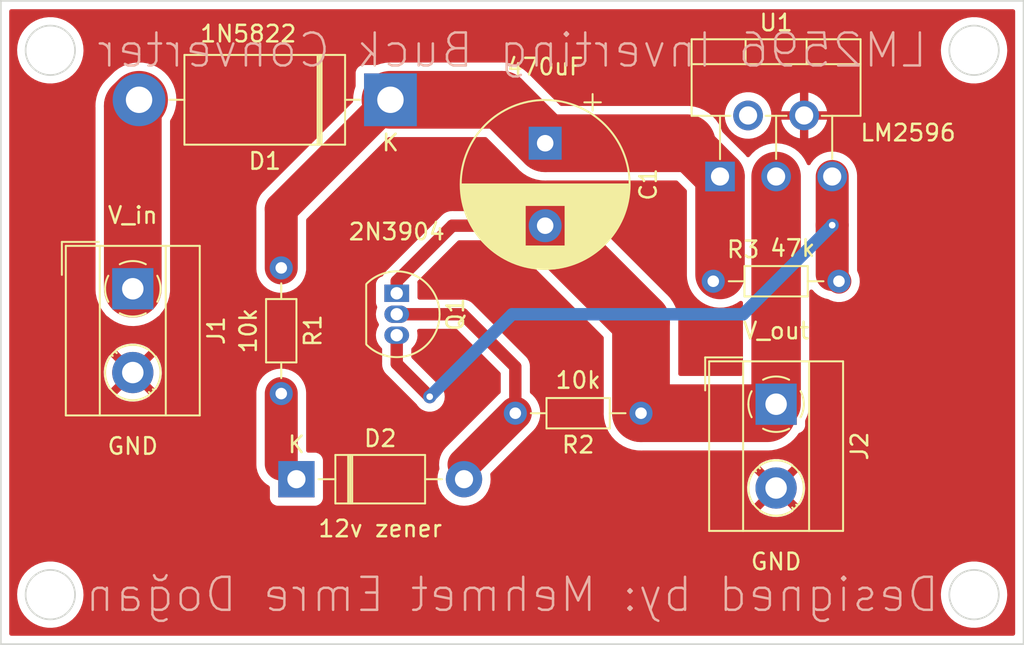
<source format=kicad_pcb>
(kicad_pcb (version 20211014) (generator pcbnew)
  (layers (0 "F.Cu" signal) (31 "B.Cu" signal) (34 "B.Paste" user) (35 "F.Paste" user) (36 "B.SilkS" user "B.Silkscreen") (37 "F.SilkS" user "F.Silkscreen") (38 "B.Mask" user) (39 "F.Mask" user) (44 "Edge.Cuts" user))
  (net 0 "")
  (net 1 "Net-(C1-Pad1)")
  (net 2 "Net-(C1-Pad2)")
  (net 3 "VCC")
  (net 4 "Net-(D2-Pad1)")
  (net 5 "Net-(D2-Pad2)")
  (net 6 "GND")
  (net 7 "Net-(Q1-Pad3)")
  (footprint "Package_TO_SOT_THT:TO-220-5_P3.4x3.7mm_StaggerOdd_Lead3.8mm_Vertical" (layer "F.Cu") (at 132.6 78.65)
    (fp_text reference "U1" (at 3.4 -9.32) (layer "F.SilkS"))
    (fp_text value "LM2596T-5")
    (fp_line (start 5.25 -8.32) (end 5.25 -6.811) (layer "F.SilkS") (width 0.12))
    (fp_line (start -1.721 -6.811) (end 8.52 -6.811) (layer "F.SilkS") (width 0.12))
    (fp_line (start 2.765 -3.679) (end 4.035 -3.679) (layer "F.SilkS") (width 0.12))
    (fp_line (start 8.52 -8.32) (end 8.52 -3.679) (layer "F.SilkS") (width 0.12))
    (fp_line (start 6.8 -3.679) (end 6.8 -1.065) (layer "F.SilkS") (width 0.12))
    (fp_line (start 0 -3.679) (end 0 -1.049) (layer "F.SilkS") (width 0.12))
    (fp_line (start -1.721 -8.32) (end -1.721 -3.679) (layer "F.SilkS") (width 0.12))
    (fp_line (start 6.165 -3.679) (end 8.52 -3.679) (layer "F.SilkS") (width 0.12))
    (fp_line (start -1.721 -3.679) (end 0.635 -3.679) (layer "F.SilkS") (width 0.12))
    (fp_line (start -1.721 -8.32) (end 8.52 -8.32) (layer "F.SilkS") (width 0.12))
    (fp_line (start 1.55 -8.32) (end 1.55 -6.811) (layer "F.SilkS") (width 0.12))
    (fp_line (start 3.4 -3.679) (end 3.4 -1.065) (layer "F.SilkS") (width 0.12))
    (pad "1" thru_hole rect (at 0 0) (size 1.8 1.8) (drill 1.1) (layers *.Cu *.Mask) (net 1 "Net-(C1-Pad1)"))
    (pad "2" thru_hole oval (at 1.7 -3.7) (size 1.8 1.8) (drill 1.1) (layers *.Cu *.Mask))
    (pad "3" thru_hole oval (at 3.4 0) (size 1.8 1.8) (drill 1.1) (layers *.Cu *.Mask) (net 2 "Net-(C1-Pad2)"))
    (pad "4" thru_hole oval (at 5.1 -3.7) (size 1.8 1.8) (drill 1.1) (layers *.Cu *.Mask) (net 6 "GND"))
    (pad "5" thru_hole oval (at 6.8 0) (size 1.8 1.8) (drill 1.1) (layers *.Cu *.Mask) (net 7 "Net-(Q1-Pad3)"))
  )
  (footprint "TerminalBlock_MetzConnect:TerminalBlock_MetzConnect_Type101_RT01602HBWC_1x02_P5.08mm_Horizontal" (layer "F.Cu") (at 136 92.455 -90)
    (fp_text reference "J2" (at 2.54 -5.06 90) (layer "F.SilkS"))
    (fp_text value "Output")
    (fp_line (start -2.6 2) (end 7.68 2) (layer "F.SilkS") (width 0.12))
    (fp_line (start -2.6 4.06) (end 7.68 4.06) (layer "F.SilkS") (width 0.12))
    (fp_line (start 7.68 -4.06) (end 7.68 4.06) (layer "F.SilkS") (width 0.12))
    (fp_line (start 4.07 1.216) (end 4.011 1.274) (layer "F.SilkS") (width 0.12))
    (fp_line (start 6.15 -1.275) (end 6.091 -1.216) (layer "F.SilkS") (width 0.12))
    (fp_line (start -2.6 -2) (end 7.68 -2) (layer "F.SilkS") (width 0.12))
    (fp_line (start 3.9 0.976) (end 3.806 1.069) (layer "F.SilkS") (width 0.12))
    (fp_line (start -2.84 4.3) (end -0.84 4.3) (layer "F.SilkS") (width 0.12))
    (fp_line (start -2.6 -4.06) (end 7.68 -4.06) (layer "F.SilkS") (width 0.12))
    (fp_line (start -2.84 2.06) (end -2.84 4.3) (layer "F.SilkS") (width 0.12))
    (fp_line (start 6.355 -1.069) (end 6.261 -0.976) (layer "F.SilkS") (width 0.12))
    (fp_line (start -2.6 -4.06) (end -2.6 4.06) (layer "F.SilkS") (width 0.12))
    (fp_arc (start 0.029383 1.68045) (mid -0.392304 1.634281) (end -0.789 1.484) (layer "F.SilkS") (width 0.12))
    (fp_arc (start 1.483953 -0.789089) (mid 1.680708 -0.00005) (end 1.484 0.789) (layer "F.SilkS") (width 0.12))
    (fp_arc (start -0.789089 -1.483953) (mid -0.00005 -1.680708) (end 0.789 -1.484) (layer "F.SilkS") (width 0.12))
    (fp_arc (start 0.788712 1.483352) (mid 0.406429 1.630097) (end 0 1.68) (layer "F.SilkS") (width 0.12))
    (fp_arc (start -1.483953 0.789089) (mid -1.680708 0.00005) (end -1.484 -0.789) (layer "F.SilkS") (width 0.12))
    (fp_circle (center 5.08 0) (end 6.76 0) (layer "F.SilkS") (width 0.12) (fill none))
    (pad "1" thru_hole rect (at 0 0 270) (size 2.5 2.5) (drill 1.3) (layers *.Cu *.Mask) (net 2 "Net-(C1-Pad2)"))
    (pad "2" thru_hole circle (at 5.08 0 270) (size 2.5 2.5) (drill 1.3) (layers *.Cu *.Mask) (net 6 "GND"))
  )
  (footprint "Package_TO_SOT_THT:TO-92_Inline" (layer "F.Cu") (at 113 85.73 -90)
    (fp_text reference "Q1" (at 1.27 -3.56 90) (layer "F.SilkS"))
    (fp_text value "2N3904")
    (fp_line (start -0.53 1.85) (end 3.07 1.85) (layer "F.SilkS") (width 0.12))
    (fp_arc (start 1.27 -2.6) (mid 3.672087 -0.994977) (end 3.108478 1.838478) (layer "F.SilkS") (width 0.12))
    (fp_arc (start -0.568478 1.838478) (mid -1.132087 -0.994977) (end 1.27 -2.6) (layer "F.SilkS") (width 0.12))
    (pad "1" thru_hole rect (at 0 0 270) (size 1.05 1.5) (drill 0.75) (layers *.Cu *.Mask) (net 2 "Net-(C1-Pad2)"))
    (pad "2" thru_hole oval (at 1.27 0 270) (size 1.05 1.5) (drill 0.75) (layers *.Cu *.Mask) (net 5 "Net-(D2-Pad2)"))
    (pad "3" thru_hole oval (at 2.54 0 270) (size 1.05 1.5) (drill 0.75) (layers *.Cu *.Mask) (net 7 "Net-(Q1-Pad3)"))
  )
  (footprint "Resistor_THT:R_Axial_DIN0204_L3.6mm_D1.6mm_P7.62mm_Horizontal" (layer "F.Cu") (at 132.19 85)
    (fp_text reference "R3" (at 1.81 -1.92) (layer "F.SilkS"))
    (fp_text value "47k")
    (fp_line (start 1.89 -0.92) (end 1.89 0.92) (layer "F.SilkS") (width 0.12))
    (fp_line (start 1.89 0.92) (end 5.73 0.92) (layer "F.SilkS") (width 0.12))
    (fp_line (start 5.73 -0.92) (end 1.89 -0.92) (layer "F.SilkS") (width 0.12))
    (fp_line (start 6.68 0) (end 5.73 0) (layer "F.SilkS") (width 0.12))
    (fp_line (start 0.94 0) (end 1.89 0) (layer "F.SilkS") (width 0.12))
    (fp_line (start 5.73 0.92) (end 5.73 -0.92) (layer "F.SilkS") (width 0.12))
    (pad "1" thru_hole circle (at 0 0) (size 1.4 1.4) (drill 0.7) (layers *.Cu *.Mask) (net 1 "Net-(C1-Pad1)"))
    (pad "2" thru_hole oval (at 7.62 0) (size 1.4 1.4) (drill 0.7) (layers *.Cu *.Mask) (net 7 "Net-(Q1-Pad3)"))
  )
  (footprint "Capacitor_THT:CP_Radial_D10.0mm_P5.00mm" (layer "F.Cu") (at 122 76.632323 -90)
    (fp_text reference "C1" (at 2.5 -6.25 90) (layer "F.SilkS"))
    (fp_text value "470u")
    (fp_line (start 5.741 1.241) (end 5.741 3.925) (layer "F.SilkS") (width 0.12))
    (fp_line (start 2.78 -5.073) (end 2.78 5.073) (layer "F.SilkS") (width 0.12))
    (fp_line (start 4.741 1.241) (end 4.741 4.564) (layer "F.SilkS") (width 0.12))
    (fp_line (start 4.261 -4.768) (end 4.261 -1.241) (layer "F.SilkS") (width 0.12))
    (fp_line (start 7.181 -2.037) (end 7.181 2.037) (layer "F.SilkS") (width 0.12))
    (fp_line (start 4.661 1.241) (end 4.661 4.603) (layer "F.SilkS") (width 0.12))
    (fp_line (start 6.501 -3.156) (end 6.501 3.156) (layer "F.SilkS") (width 0.12))
    (fp_line (start 6.061 -3.64) (end 6.061 -1.241) (layer "F.SilkS") (width 0.12))
    (fp_line (start 3.381 -5.004) (end 3.381 5.004) (layer "F.SilkS") (width 0.12))
    (fp_line (start 5.221 1.241) (end 5.221 4.298) (layer "F.SilkS") (width 0.12))
    (fp_line (start 7.261 -1.846) (end 7.261 1.846) (layer "F.SilkS") (width 0.12))
    (fp_line (start 6.141 -3.561) (end 6.141 -1.241) (layer "F.SilkS") (width 0.12))
    (fp_line (start 3.06 -5.05) (end 3.06 5.05) (layer "F.SilkS") (width 0.12))
    (fp_line (start 4.141 1.241) (end 4.141 4.811) (layer "F.SilkS") (width 0.12))
    (fp_line (start 6.661 -2.945) (end 6.661 2.945) (layer "F.SilkS") (width 0.12))
    (fp_line (start 6.621 -3) (end 6.621 3) (layer "F.SilkS") (width 0.12))
    (fp_line (start 2.62 -5.079) (end 2.62 5.079) (layer "F.SilkS") (width 0.12))
    (fp_line (start 4.821 1.241) (end 4.821 4.525) (layer "F.SilkS") (width 0.12))
    (fp_line (start 4.941 1.241) (end 4.941 4.462) (layer "F.SilkS") (width 0.12))
    (fp_line (start 4.181 1.241) (end 4.181 4.797) (layer "F.SilkS") (width 0.12))
    (fp_line (start 2.98 -5.058) (end 2.98 5.058) (layer "F.SilkS") (width 0.12))
    (fp_line (start 7.141 -2.125) (end 7.141 2.125) (layer "F.SilkS") (width 0.12))
    (fp_line (start 4.021 1.241) (end 4.021 4.85) (layer "F.SilkS") (width 0.12))
    (fp_line (start 6.101 1.241) (end 6.101 3.601) (layer "F.SilkS") (width 0.12))
    (fp_line (start 7.541 -0.862) (end 7.541 0.862) (layer "F.SilkS") (width 0.12))
    (fp_line (start 6.141 1.241) (end 6.141 3.561) (layer "F.SilkS") (width 0.12))
    (fp_line (start 4.461 1.241) (end 4.461 4.69) (layer "F.SilkS") (width 0.12))
    (fp_line (start 5.181 -4.323) (end 5.181 -1.241) (layer "F.SilkS") (width 0.12))
    (fp_line (start 5.901 1.241) (end 5.901 3.789) (layer "F.SilkS") (width 0.12))
    (fp_line (start 5.501 1.241) (end 5.501 4.11) (layer "F.SilkS") (width 0.12))
    (fp_line (start 5.861 -3.824) (end 5.861 -1.241) (layer "F.SilkS") (width 0.12))
    (fp_line (start 7.381 -1.51) (end 7.381 1.51) (layer "F.SilkS") (width 0.12))
    (fp_line (start 6.461 -3.206) (end 6.461 3.206) (layer "F.SilkS") (width 0.12))
    (fp_line (start 6.861 -2.645) (end 6.861 2.645) (layer "F.SilkS") (width 0.12))
    (fp_line (start 6.901 -2.579) (end 6.901 2.579) (layer "F.SilkS") (width 0.12))
    (fp_line (start 4.501 1.241) (end 4.501 4.674) (layer "F.SilkS") (width 0.12))
    (fp_line (start 5.461 -4.138) (end 5.461 -1.241) (layer "F.SilkS") (width 0.12))
    (fp_line (start 5.661 -3.989) (end 5.661 -1.241) (layer "F.SilkS") (width 0.12))
    (fp_line (start 6.941 -2.51) (end 6.941 2.51) (layer "F.SilkS") (width 0.12))
    (fp_line (start 6.381 -3.301) (end 6.381 3.301) (layer "F.SilkS") (width 0.12))
    (fp_line (start 3.861 1.241) (end 3.861 4.897) (layer "F.SilkS") (width 0.12))
    (fp_line (start 5.701 -3.957) (end 5.701 -1.241) (layer "F.SilkS") (width 0.12))
    (fp_line (start 4.221 1.241) (end 4.221 4.783) (layer "F.SilkS") (width 0.12))
    (fp_line (start 4.061 1.241) (end 4.061 4.837) (layer "F.SilkS") (width 0.12))
    (fp_line (start 5.341 -4.221) (end 5.341 -1.241) (layer "F.SilkS") (width 0.12))
    (fp_line (start 5.941 -3.753) (end 5.941 -1.241) (layer "F.SilkS") (width 0.12))
    (fp_line (start 6.581 -3.054) (end 6.581 3.054) (layer "F.SilkS") (width 0.12))
    (fp_line (start 4.261 1.241) (end 4.261 4.768) (layer "F.SilkS") (width 0.12))
    (fp_line (start 5.381 -4.194) (end 5.381 -1.241) (layer "F.SilkS") (width 0.12))
    (fp_line (start 3.981 1.241) (end 3.981 4.862) (layer "F.SilkS") (width 0.12))
    (fp_line (start 4.941 -4.462) (end 4.941 -1.241) (layer "F.SilkS") (width 0.12))
    (fp_line (start 3.661 -4.947) (end 3.661 4.947) (layer "F.SilkS") (width 0.12))
    (fp_line (start 2.66 -5.078) (end 2.66 5.078) (layer "F.SilkS") (width 0.12))
    (fp_line (start 4.421 1.241) (end 4.421 4.707) (layer "F.SilkS") (width 0.12))
    (fp_line (start 4.501 -4.674) (end 4.501 -1.241) (layer "F.SilkS") (width 0.12))
    (fp_line (start 6.821 -2.709) (end 6.821 2.709) (layer "F.SilkS") (width 0.12))
    (fp_line (start 7.341 -1.63) (end 7.341 1.63) (layer "F.SilkS") (width 0.12))
    (fp_line (start 6.061 1.241) (end 6.061 3.64) (layer "F.SilkS") (width 0.12))
    (fp_line (start 5.501 -4.11) (end 5.501 -1.241) (layer "F.SilkS") (width 0.12))
    (fp_line (start 3.421 -4.997) (end 3.421 4.997) (layer "F.SilkS") (width 0.12))
    (fp_line (start 6.981 -2.439) (end 6.981 2.439) (layer "F.SilkS") (width 0.12))
    (fp_line (start 4.341 1.241) (end 4.341 4.738) (layer "F.SilkS") (width 0.12))
    (fp_line (start 5.261 1.241) (end 5.261 4.273) (layer "F.SilkS") (width 0.12))
    (fp_line (start 5.101 1.241) (end 5.101 4.371) (layer "F.SilkS") (width 0.12))
    (fp_line (start 5.581 -4.05) (end 5.581 -1.241) (layer "F.SilkS") (width 0.12))
    (fp_line (start 5.221 -4.298) (end 5.221 -1.241) (layer "F.SilkS") (width 0.12))
    (fp_line (start 4.541 1.241) (end 4.541 4.657) (layer "F.SilkS") (width 0.12))
    (fp_line (start 5.381 1.241) (end 5.381 4.194) (layer "F.SilkS") (width 0.12))
    (fp_line (start 5.981 1.241) (end 5.981 3.716) (layer "F.SilkS") (width 0.12))
    (fp_line (start 4.541 -4.657) (end 4.541 -1.241) (layer "F.SilkS") (width 0.12))
    (fp_line (start 7.301 -1.742) (end 7.301 1.742) (layer "F.SilkS") (width 0.12))
    (fp_line (start 4.901 -4.483) (end 4.901 -1.241) (layer "F.SilkS") (width 0.12))
    (fp_line (start 3.781 1.241) (end 3.781 4.918) (layer "F.SilkS") (width 0.12))
    (fp_line (start 4.221 -4.783) (end 4.221 -1.241) (layer "F.SilkS") (width 0.12))
    (fp_line (start 5.341 1.241) (end 5.341 4.221) (layer "F.SilkS") (width 0.12))
    (fp_line (start 5.781 -3.892) (end 5.781 -1.241) (layer "F.SilkS") (width 0.12))
    (fp_line (start 5.181 1.241) (end 5.181 4.323) (layer "F.SilkS") (width 0.12))
    (fp_line (start 3.301 -5.018) (end 3.301 5.018) (layer "F.SilkS") (width 0.12))
    (fp_line (start 4.861 1.241) (end 4.861 4.504) (layer "F.SilkS") (width 0.12))
    (fp_line (start 6.021 -3.679) (end 6.021 -1.241) (layer "F.SilkS") (width 0.12))
    (fp_line (start 2.54 -5.08) (end 2.54 5.08) (layer "F.SilkS") (width 0.12))
    (fp_line (start 5.581 1.241) (end 5.581 4.05) (layer "F.SilkS") (width 0.12))
    (fp_line (start 4.381 1.241) (end 4.381 4.723) (layer "F.SilkS") (width 0.12))
    (fp_line (start 3.18 -5.035) (end 3.18 5.035) (layer "F.SilkS") (width 0.12))
    (fp_line (start 5.301 1.241) (end 5.301 4.247) (layer "F.SilkS") (width 0.12))
    (fp_line (start 6.541 -3.106) (end 6.541 3.106) (layer "F.SilkS") (width 0.12))
    (fp_line (start 4.101 -4.824) (end 4.101 -1.241) (layer "F.SilkS") (width 0.12))
    (fp_line (start 5.661 1.241) (end 5.661 3.989) (layer "F.SilkS") (width 0.12))
    (fp_line (start 5.421 -4.166) (end 5.421 -1.241) (layer "F.SilkS") (width 0.12))
    (fp_line (start 4.981 1.241) (end 4.981 4.44) (layer "F.SilkS") (width 0.12))
    (fp_line (start 5.981 -3.716) (end 5.981 -1.241) (layer "F.SilkS") (width 0.12))
    (fp_line (start 4.021 -4.85) (end 4.021 -1.241) (layer "F.SilkS") (width 0.12))
    (fp_line (start 5.021 -4.417) (end 5.021 -1.241) (layer "F.SilkS") (width 0.12))
    (fp_line (start 2.94 -5.062) (end 2.94 5.062) (layer "F.SilkS") (width 0.12))
    (fp_line (start -2.979646 -2.875) (end -1.979646 -2.875) (layer "F.SilkS") (width 0.12))
    (fp_line (start 4.181 -4.797) (end 4.181 -1.241) (layer "F.SilkS") (width 0.12))
    (fp_line (start 3.581 -4.965) (end 3.581 4.965) (layer "F.SilkS") (width 0.12))
    (fp_line (start 6.701 -2.889) (end 6.701 2.889) (layer "F.SilkS") (width 0.12))
    (fp_line (start 3.02 -5.054) (end 3.02 5.054) (layer "F.SilkS") (width 0.12))
    (fp_line (start 6.221 1.241) (end 6.221 3.478) (layer "F.SilkS") (width 0.12))
    (fp_line (start 6.101 -3.601) (end 6.101 -1.241) (layer "F.SilkS") (width 0.12))
    (fp_line (start 3.941 -4.874) (end 3.941 -1.241) (layer "F.SilkS") (width 0.12))
    (fp_line (start 3.781 -4.918) (end 3.781 -1.241) (layer "F.SilkS") (width 0.12))
    (fp_line (start 3.1 -5.045) (end 3.1 5.045) (layer "F.SilkS") (width 0.12))
    (fp_line (start 4.821 -4.525) (end 4.821 -1.241) (layer "F.SilkS") (width 0.12))
    (fp_line (start 5.701 1.241) (end 5.701 3.957) (layer "F.SilkS") (width 0.12))
    (fp_line (start 6.781 -2.77) (end 6.781 2.77) (layer "F.SilkS") (width 0.12))
    (fp_line (start 3.701 -4.938) (end 3.701 4.938) (layer "F.SilkS") (width 0.12))
    (fp_line (start 5.141 1.241) (end 5.141 4.347) (layer "F.SilkS") (width 0.12))
    (fp_line (start 4.141 -4.811) (end 4.141 -1.241) (layer "F.SilkS") (width 0.12))
    (fp_line (start 3.461 -4.99) (end 3.461 4.99) (layer "F.SilkS") (width 0.12))
    (fp_line (start 4.781 -4.545) (end 4.781 -1.241) (layer "F.SilkS") (width 0.12))
    (fp_line (start 4.101 1.241) (end 4.101 4.824) (layer "F.SilkS") (width 0.12))
    (fp_line (start 7.581 -0.599) (end 7.581 0.599) (layer "F.SilkS") (width 0.12))
    (fp_line (start 5.261 -4.273) (end 5.261 -1.241) (layer "F.SilkS") (width 0.12))
    (fp_line (start 3.981 -4.862) (end 3.981 -1.241) (layer "F.SilkS") (width 0.12))
    (fp_line (start 4.981 -4.44) (end 4.981 -1.241) (layer "F.SilkS") (width 0.12))
    (fp_line (start 2.9 -5.065) (end 2.9 5.065) (layer "F.SilkS") (width 0.12))
    (fp_line (start 3.221 -5.03) (end 3.221 5.03) (layer "F.SilkS") (width 0.12))
    (fp_line (start 5.021 1.241) (end 5.021 4.417) (layer "F.SilkS") (width 0.12))
    (fp_line (start 6.261 -3.436) (end 6.261 3.436) (layer "F.SilkS") (width 0.12))
    (fp_line (start 3.501 -4.982) (end 3.501 4.982) (layer "F.SilkS") (width 0.12))
    (fp_line (start 6.221 -3.478) (end 6.221 -1.241) (layer "F.SilkS") (width 0.12))
    (fp_line (start 4.461 -4.69) (end 4.461 -1.241) (layer "F.SilkS") (width 0.12))
    (fp_line (start 4.861 -4.504) (end 4.861 -1.241) (layer "F.SilkS") (width 0.12))
    (fp_line (start 3.741 -4.928) (end 3.741 4.928) (layer "F.SilkS") (width 0.12))
    (fp_line (start 2.74 -5.075) (end 2.74 5.075) (layer "F.SilkS") (width 0.12))
    (fp_line (start 5.861 1.241) (end 5.861 3.824) (layer "F.SilkS") (width 0.12))
    (fp_line (start 3.901 1.241) (end 3.901 4.885) (layer "F.SilkS") (width 0.12))
    (fp_line (start 2.82 -5.07) (end 2.82 5.07) (layer "F.SilkS") (width 0.12))
    (fp_line (start 3.341 -5.011) (end 3.341 5.011) (layer "F.SilkS") (width 0.12))
    (fp_line (start 6.421 -3.254) (end 6.421 3.254) (layer "F.SilkS") (width 0.12))
    (fp_line (start -2.479646 -3.375) (end -2.479646 -2.375) (layer "F.SilkS") (width 0.12))
    (fp_line (start 3.261 -5.024) (end 3.261 5.024) (layer "F.SilkS") (width 0.12))
    (fp_line (start 6.181 1.241) (end 6.181 3.52) (layer "F.SilkS") (width 0.12))
    (fp_line (start 5.621 1.241) (end 5.621 4.02) (layer "F.SilkS") (width 0.12))
    (fp_line (start 5.061 -4.395) (end 5.061 -1.241) (layer "F.SilkS") (width 0.12))
    (fp_line (start 2.86 -5.068) (end 2.86 5.068) (layer "F.SilkS") (width 0.12))
    (fp_line (start 7.021 -2.365) (end 7.021 2.365) (layer "F.SilkS") (width 0.12))
    (fp_line (start 6.741 -2.83) (end 6.741 2.83) (layer "F.SilkS") (width 0.12))
    (fp_line (start 5.541 -4.08) (end 5.541 -1.241) (layer "F.SilkS") (width 0.12))
    (fp_line (start 4.701 -4.584) (end 4.701 -1.241) (layer "F.SilkS") (width 0.12))
    (fp_line (start 4.741 -4.564) (end 4.741 -1.241) (layer "F.SilkS") (width 0.12))
    (fp_line (start 4.581 1.241) (end 4.581 4.639) (layer "F.SilkS") (width 0.12))
    (fp_line (start 5.061 1.241) (end 5.061 4.395) (layer "F.SilkS") (width 0.12))
    (fp_line (start 4.781 1.241) (end 4.781 4.545) (layer "F.SilkS") (width 0.12))
    (fp_line (start 3.541 -4.974) (end 3.541 4.974) (layer "F.SilkS") (width 0.12))
    (fp_line (start 5.781 1.241) (end 5.781 3.892) (layer "F.SilkS") (width 0.12))
    (fp_line (start 5.101 -4.371) (end 5.101 -1.241) (layer "F.SilkS") (width 0.12))
    (fp_line (start 4.061 -4.837) (end 4.061 -1.241) (layer "F.SilkS") (width 0.12))
    (fp_line (start 5.821 -3.858) (end 5.821 -1.241) (layer "F.SilkS") (width 0.12))
    (fp_line (start 7.461 -1.23) (end 7.461 1.23) (layer "F.SilkS") (width 0.12))
    (fp_line (start 6.181 -3.52) (end 6.181 -1.241) (layer "F.SilkS") (width 0.12))
    (fp_line (start 7.221 -1.944) (end 7.221 1.944) (layer "F.SilkS") (width 0.12))
    (fp_line (start 5.901 -3.789) (end 5.901 -1.241) (layer "F.SilkS") (width 0.12))
    (fp_line (start 4.621 -4.621) (end 4.621 -1.241) (layer "F.SilkS") (width 0.12))
    (fp_line (start 7.101 -2.209) (end 7.101 2.209) (layer "F.SilkS") (width 0.12))
    (fp_line (start 7.501 -1.062) (end 7.501 1.062) (layer "F.SilkS") (width 0.12))
    (fp_line (start 6.021 1.241) (end 6.021 3.679) (layer "F.SilkS") (width 0.12))
    (fp_line (start 7.421 -1.378) (end 7.421 1.378) (layer "F.SilkS") (width 0.12))
    (fp_line (start 4.381 -4.723) (end 4.381 -1.241) (layer "F.SilkS") (width 0.12))
    (fp_line (start 3.621 -4.956) (end 3.621 4.956) (layer "F.SilkS") (width 0.12))
    (fp_line (start 6.301 -3.392) (end 6.301 3.392) (layer "F.SilkS") (width 0.12))
    (fp_line (start 5.621 -4.02) (end 5.621 -1.241) (layer "F.SilkS") (width 0.12))
    (fp_line (start 3.821 -4.907) (end 3.821 -1.241) (layer "F.SilkS") (width 0.12))
    (fp_line (start 5.821 1.241) (end 5.821 3.858) (layer "F.SilkS") (width 0.12))
    (fp_line (start 5.461 1.241) (end 5.461 4.138) (layer "F.SilkS") (width 0.12))
    (fp_line (start 3.861 -4.897) (end 3.861 -1.241) (layer "F.SilkS") (width 0.12))
    (fp_line (start 4.421 -4.707) (end 4.421 -1.241) (layer "F.SilkS") (width 0.12))
    (fp_line (start 2.5 -5.08) (end 2.5 5.08) (layer "F.SilkS") (width 0.12))
    (fp_line (start 5.421 1.241) (end 5.421 4.166) (layer "F.SilkS") (width 0.12))
    (fp_line (start 4.301 1.241) (end 4.301 4.754) (layer "F.SilkS") (width 0.12))
    (fp_line (start 2.58 -5.08) (end 2.58 5.08) (layer "F.SilkS") (width 0.12))
    (fp_line (start 6.341 -3.347) (end 6.341 3.347) (layer "F.SilkS") (width 0.12))
    (fp_line (start 5.541 1.241) (end 5.541 4.08) (layer "F.SilkS") (width 0.12))
    (fp_line (start 4.301 -4.754) (end 4.301 -1.241) (layer "F.SilkS") (width 0.12))
    (fp_line (start 3.14 -5.04) (end 3.14 5.04) (layer "F.SilkS") (width 0.12))
    (fp_line (start 5.941 1.241) (end 5.941 3.753) (layer "F.SilkS") (width 0.12))
    (fp_line (start 5.141 -4.347) (end 5.141 -1.241) (layer "F.SilkS") (width 0.12))
    (fp_line (start 4.661 -4.603) (end 4.661 -1.241) (layer "F.SilkS") (width 0.12))
    (fp_line (start 7.061 -2.289) (end 7.061 2.289) (layer "F.SilkS") (width 0.12))
    (fp_line (start 4.621 1.241) (end 4.621 4.621) (layer "F.SilkS") (width 0.12))
    (fp_line (start 4.581 -4.639) (end 4.581 -1.241) (layer "F.SilkS") (width 0.12))
    (fp_line (start 2.7 -5.077) (end 2.7 5.077) (layer "F.SilkS") (width 0.12))
    (fp_line (start 5.301 -4.247) (end 5.301 -1.241) (layer "F.SilkS") (width 0.12))
    (fp_line (start 3.941 1.241) (end 3.941 4.874) (layer "F.SilkS") (width 0.12))
    (fp_line (start 5.741 -3.925) (end 5.741 -1.241) (layer "F.SilkS") (width 0.12))
    (fp_line (start 4.341 -4.738) (end 4.341 -1.241) (layer "F.SilkS") (width 0.12))
    (fp_line (start 3.901 -4.885) (end 3.901 -1.241) (layer "F.SilkS") (width 0.12))
    (fp_line (start 3.821 1.241) (end 3.821 4.907) (layer "F.SilkS") (width 0.12))
    (fp_line (start 4.901 1.241) (end 4.901 4.483) (layer "F.SilkS") (width 0.12))
    (fp_line (start 4.701 1.241) (end 4.701 4.584) (layer "F.SilkS") (width 0.12))
    (fp_circle (center 2.5 0) (end 7.62 0) (layer "F.SilkS") (width 0.12) (fill none))
    (pad "1" thru_hole rect (at 0 0 270) (size 2 2) (drill 1) (layers *.Cu *.Mask) (net 1 "Net-(C1-Pad1)"))
    (pad "2" thru_hole circle (at 5 0 270) (size 2 2) (drill 1) (layers *.Cu *.Mask) (net 2 "Net-(C1-Pad2)"))
  )
  (footprint "TerminalBlock_MetzConnect:TerminalBlock_MetzConnect_Type101_RT01602HBWC_1x02_P5.08mm_Horizontal" (layer "F.Cu") (at 97 85.455 -90)
    (fp_text reference "J1" (at 2.54 -5.06 90) (layer "F.SilkS"))
    (fp_text value "Input")
    (fp_line (start 3.9 0.976) (end 3.806 1.069) (layer "F.SilkS") (width 0.12))
    (fp_line (start -2.6 -2) (end 7.68 -2) (layer "F.SilkS") (width 0.12))
    (fp_line (start -2.84 2.06) (end -2.84 4.3) (layer "F.SilkS") (width 0.12))
    (fp_line (start -2.84 4.3) (end -0.84 4.3) (layer "F.SilkS") (width 0.12))
    (fp_line (start 6.355 -1.069) (end 6.261 -0.976) (layer "F.SilkS") (width 0.12))
    (fp_line (start -2.6 4.06) (end 7.68 4.06) (layer "F.SilkS") (width 0.12))
    (fp_line (start 6.15 -1.275) (end 6.091 -1.216) (layer "F.SilkS") (width 0.12))
    (fp_line (start -2.6 -4.06) (end 7.68 -4.06) (layer "F.SilkS") (width 0.12))
    (fp_line (start 7.68 -4.06) (end 7.68 4.06) (layer "F.SilkS") (width 0.12))
    (fp_line (start -2.6 -4.06) (end -2.6 4.06) (layer "F.SilkS") (width 0.12))
    (fp_line (start 4.07 1.216) (end 4.011 1.274) (layer "F.SilkS") (width 0.12))
    (fp_line (start -2.6 2) (end 7.68 2) (layer "F.SilkS") (width 0.12))
    (fp_arc (start -0.789089 -1.483953) (mid -0.00005 -1.680708) (end 0.789 -1.484) (layer "F.SilkS") (width 0.12))
    (fp_arc (start 1.483953 -0.789089) (mid 1.680708 -0.00005) (end 1.484 0.789) (layer "F.SilkS") (width 0.12))
    (fp_arc (start -1.483953 0.789089) (mid -1.680708 0.00005) (end -1.484 -0.789) (layer "F.SilkS") (width 0.12))
    (fp_arc (start 0.029383 1.68045) (mid -0.392304 1.634281) (end -0.789 1.484) (layer "F.SilkS") (width 0.12))
    (fp_arc (start 0.788712 1.483352) (mid 0.406429 1.630097) (end 0 1.68) (layer "F.SilkS") (width 0.12))
    (fp_circle (center 5.08 0) (end 6.76 0) (layer "F.SilkS") (width 0.12) (fill none))
    (pad "1" thru_hole rect (at 0 0 270) (size 2.5 2.5) (drill 1.3) (layers *.Cu *.Mask) (net 3 "VCC"))
    (pad "2" thru_hole circle (at 5.08 0 270) (size 2.5 2.5) (drill 1.3) (layers *.Cu *.Mask) (net 6 "GND"))
  )
  (footprint "Diode_THT:D_DO-201AD_P15.24mm_Horizontal" (layer "F.Cu") (at 112.62 74 180)
    (fp_text reference "D1" (at 7.62 -3.72) (layer "F.SilkS"))
    (fp_text value "1N5822")
    (fp_text user "K" (at 0 -2.6) (layer "F.SilkS"))
    (fp_line (start 4.295 -2.72) (end 4.295 2.72) (layer "F.SilkS") (width 0.12))
    (fp_line (start 4.175 -2.72) (end 4.175 2.72) (layer "F.SilkS") (width 0.12))
    (fp_line (start 4.415 -2.72) (end 4.415 2.72) (layer "F.SilkS") (width 0.12))
    (fp_line (start 1.84 0) (end 2.75 0) (layer "F.SilkS") (width 0.12))
    (fp_line (start 2.75 -2.72) (end 2.75 2.72) (layer "F.SilkS") (width 0.12))
    (fp_line (start 12.49 -2.72) (end 2.75 -2.72) (layer "F.SilkS") (width 0.12))
    (fp_line (start 12.49 2.72) (end 12.49 -2.72) (layer "F.SilkS") (width 0.12))
    (fp_line (start 2.75 2.72) (end 12.49 2.72) (layer "F.SilkS") (width 0.12))
    (fp_line (start 13.4 0) (end 12.49 0) (layer "F.SilkS") (width 0.12))
    (pad "1" thru_hole rect (at 0 0 180) (size 3.2 3.2) (drill 1.6) (layers *.Cu *.Mask) (net 1 "Net-(C1-Pad1)"))
    (pad "2" thru_hole oval (at 15.24 0 180) (size 3.2 3.2) (drill 1.6) (layers *.Cu *.Mask) (net 3 "VCC"))
  )
  (footprint "Resistor_THT:R_Axial_DIN0204_L3.6mm_D1.6mm_P7.62mm_Horizontal" (layer "F.Cu") (at 127.81 93 180)
    (fp_text reference "R2" (at 3.81 -1.92) (layer "F.SilkS"))
    (fp_text value "10k")
    (fp_line (start 1.89 0.92) (end 5.73 0.92) (layer "F.SilkS") (width 0.12))
    (fp_line (start 6.68 0) (end 5.73 0) (layer "F.SilkS") (width 0.12))
    (fp_line (start 5.73 0.92) (end 5.73 -0.92) (layer "F.SilkS") (width 0.12))
    (fp_line (start 1.89 -0.92) (end 1.89 0.92) (layer "F.SilkS") (width 0.12))
    (fp_line (start 5.73 -0.92) (end 1.89 -0.92) (layer "F.SilkS") (width 0.12))
    (fp_line (start 0.94 0) (end 1.89 0) (layer "F.SilkS") (width 0.12))
    (pad "1" thru_hole circle (at 0 0 180) (size 1.4 1.4) (drill 0.7) (layers *.Cu *.Mask) (net 2 "Net-(C1-Pad2)"))
    (pad "2" thru_hole oval (at 7.62 0 180) (size 1.4 1.4) (drill 0.7) (layers *.Cu *.Mask) (net 5 "Net-(D2-Pad2)"))
  )
  (footprint "Resistor_THT:R_Axial_DIN0204_L3.6mm_D1.6mm_P7.62mm_Horizontal" (layer "F.Cu") (at 106 84.19 -90)
    (fp_text reference "R1" (at 3.81 -1.92 90) (layer "F.SilkS"))
    (fp_text value "10k")
    (fp_line (start 5.73 -0.92) (end 1.89 -0.92) (layer "F.SilkS") (width 0.12))
    (fp_line (start 5.73 0.92) (end 5.73 -0.92) (layer "F.SilkS") (width 0.12))
    (fp_line (start 1.89 0.92) (end 5.73 0.92) (layer "F.SilkS") (width 0.12))
    (fp_line (start 0.94 0) (end 1.89 0) (layer "F.SilkS") (width 0.12))
    (fp_line (start 1.89 -0.92) (end 1.89 0.92) (layer "F.SilkS") (width 0.12))
    (fp_line (start 6.68 0) (end 5.73 0) (layer "F.SilkS") (width 0.12))
    (pad "1" thru_hole circle (at 0 0 270) (size 1.4 1.4) (drill 0.7) (layers *.Cu *.Mask) (net 1 "Net-(C1-Pad1)"))
    (pad "2" thru_hole oval (at 7.62 0 270) (size 1.4 1.4) (drill 0.7) (layers *.Cu *.Mask) (net 4 "Net-(D2-Pad1)"))
  )
  (footprint "Diode_THT:D_DO-41_SOD81_P10.16mm_Horizontal" (layer "F.Cu") (at 106.92 97)
    (fp_text reference "D2" (at 5.08 -2.47) (layer "F.SilkS"))
    (fp_text value "1N47xxA (12v zener)")
    (fp_text user "K" (at 0 -2.1) (layer "F.SilkS"))
    (fp_line (start 3.26 -1.47) (end 3.26 1.47) (layer "F.SilkS") (width 0.12))
    (fp_line (start 1.34 0) (end 2.36 0) (layer "F.SilkS") (width 0.12))
    (fp_line (start 3.14 -1.47) (end 3.14 1.47) (layer "F.SilkS") (width 0.12))
    (fp_line (start 2.36 1.47) (end 7.8 1.47) (layer "F.SilkS") (width 0.12))
    (fp_line (start 7.8 -1.47) (end 2.36 -1.47) (layer "F.SilkS") (width 0.12))
    (fp_line (start 8.82 0) (end 7.8 0) (layer "F.SilkS") (width 0.12))
    (fp_line (start 7.8 1.47) (end 7.8 -1.47) (layer "F.SilkS") (width 0.12))
    (fp_line (start 3.38 -1.47) (end 3.38 1.47) (layer "F.SilkS") (width 0.12))
    (fp_line (start 2.36 -1.47) (end 2.36 1.47) (layer "F.SilkS") (width 0.12))
    (pad "1" thru_hole rect (at 0 0) (size 2.2 2.2) (drill 1.1) (layers *.Cu *.Mask) (net 4 "Net-(D2-Pad1)"))
    (pad "2" thru_hole oval (at 10.16 0) (size 2.2 2.2) (drill 1.1) (layers *.Cu *.Mask) (net 5 "Net-(D2-Pad2)"))
  )
  (gr_circle (center 92 71) (end 93.5 71) (layer "Edge.Cuts") (width 0.1) (fill none))
  (gr_circle (center 148 71) (end 149.5 71) (layer "Edge.Cuts") (width 0.1) (fill none))
  (gr_circle (center 148 104) (end 149.5 104) (layer "Edge.Cuts") (width 0.1) (fill none))
  (gr_rect (start 89 68) (end 151 107) (layer "Edge.Cuts") (width 0.1) (fill none))
  (gr_circle (center 92 104) (end 93.5 104) (layer "Edge.Cuts") (width 0.1) (fill none))
  (gr_text "LM2596 Inverting Buck Converter\n" (at 120 71) (layer "B.SilkS") (effects (font (size 2 2)) (justify mirror)))
  (gr_text "Designed by: Mehmet Emre Doğan\n" (at 120 104) (layer "B.SilkS") (effects (font (size 2 2)) (justify mirror)))
  (gr_text "V_out\n" (at 136 88) (layer "F.SilkS") (effects (font (size 1 1))))
  (gr_text "GND\n" (at 136 102) (layer "F.SilkS") (effects (font (size 1 1))))
  (gr_text "V_in\n" (at 97 81) (layer "F.SilkS") (effects (font (size 1 1))))
  (gr_text "GND\n" (at 97 95) (layer "F.SilkS") (effects (font (size 1 1))))
  (gr_text "10k\n" (at 124 91) (layer "F.SilkS") (effects (font (size 1 1))))
  (gr_text "1N5822\n" (at 104 70) (layer "F.SilkS") (effects (font (size 1 1))))
  (gr_text "470uF\n" (at 122 72) (layer "F.SilkS") (effects (font (size 1 1))))
  (gr_text "47k\n" (at 137 83) (layer "F.SilkS") (effects (font (size 1 1))))
  (gr_text "10k\n" (at 104 88 90) (layer "F.SilkS") (effects (font (size 1 1))))
  (gr_text "2N3904\n" (at 113 82) (layer "F.SilkS") (effects (font (size 1 1))))
  (gr_text "LM2596\n" (at 144 76) (layer "F.SilkS") (effects (font (size 1 1))))
  (gr_text "12v zener\n" (at 112 100) (layer "F.SilkS") (effects (font (size 1 1))))
  (segment (start 130.582323 76.632323) (end 132.6 78.65) (width 3) (layer "F.Cu") (net 1))
  (segment (start 106 84.19) (end 106 80.62) (width 2) (layer "F.Cu") (net 1))
  (segment (start 122 76.632323) (end 130.582323 76.632323) (width 3.5) (layer "F.Cu") (net 1))
  (segment (start 132.6 84.59) (end 132.19 85) (width 1.5) (layer "F.Cu") (net 1))
  (segment (start 132.6 78.65) (end 132.6 84.59) (width 3) (layer "F.Cu") (net 1))
  (segment (start 106 80.62) (end 112.62 74) (width 2) (layer "F.Cu") (net 1))
  (segment (start 112.62 74) (end 119.367677 74) (width 3.5) (layer "F.Cu") (net 1))
  (segment (start 119.367677 74) (end 122 76.632323) (width 3.5) (layer "F.Cu") (net 1))
  (segment (start 113 85.73) (end 113 85) (width 0.75) (layer "F.Cu") (net 2))
  (segment (start 127.81 93) (end 127.81 87.442323) (width 3.5) (layer "F.Cu") (net 2))
  (segment (start 135.455 93) (end 136 92.455) (width 1.5) (layer "F.Cu") (net 2))
  (segment (start 127.81 87.442323) (end 122 81.632323) (width 3.5) (layer "F.Cu") (net 2))
  (segment (start 127.81 93) (end 135.455 93) (width 3.5) (layer "F.Cu") (net 2))
  (segment (start 116.367677 81.632323) (end 122 81.632323) (width 0.75) (layer "F.Cu") (net 2))
  (segment (start 113 85) (end 116.367677 81.632323) (width 0.75) (layer "F.Cu") (net 2))
  (segment (start 136 92.455) (end 136 78.65) (width 3) (layer "F.Cu") (net 2))
  (segment (start 97 85.455) (end 97 74.38) (width 3.5) (layer "F.Cu") (net 3))
  (segment (start 97 74.38) (end 97.38 74) (width 3.5) (layer "F.Cu") (net 3))
  (segment (start 106 91.81) (end 106 96.08) (width 2) (layer "F.Cu") (net 4))
  (segment (start 106 96.08) (end 106.92 97) (width 1.5) (layer "F.Cu") (net 4))
  (segment (start 117.08 97) (end 117.08 96.11) (width 1.5) (layer "F.Cu") (net 5))
  (segment (start 120.19 90.19) (end 120.19 93) (width 0.75) (layer "F.Cu") (net 5))
  (segment (start 117 87) (end 120.19 90.19) (width 0.75) (layer "F.Cu") (net 5))
  (segment (start 113 87) (end 117 87) (width 0.75) (layer "F.Cu") (net 5))
  (segment (start 117.08 96.11) (end 120.19 93) (width 2) (layer "F.Cu") (net 5))
  (segment (start 139.4 78.65) (end 139.4 81.6) (width 2) (layer "F.Cu") (net 7))
  (segment (start 139.4 84.59) (end 139.81 85) (width 1.5) (layer "F.Cu") (net 7))
  (segment (start 113 90) (end 115 92) (width 0.75) (layer "F.Cu") (net 7))
  (segment (start 113 88.27) (end 113 90) (width 0.75) (layer "F.Cu") (net 7))
  (segment (start 139.4 81.6) (end 139.4 84.59) (width 2) (layer "F.Cu") (net 7))
  (via (at 115 92) (size 0.8) (drill 0.4) (layers "F.Cu" "B.Cu") (net 7))
  (via (at 139.4 81.6) (size 0.8) (drill 0.4) (layers "F.Cu" "B.Cu") (net 7))
  (segment (start 120 87) (end 134 87) (width 0.75) (layer "B.Cu") (net 7))
  (segment (start 134 87) (end 139.4 81.6) (width 0.75) (layer "B.Cu") (net 7))
  (segment (start 115 92) (end 120 87) (width 0.75) (layer "B.Cu") (net 7))
  (zone (net 6) (net_name "GND") (layer "F.Cu") (connect_pads (clearance 0.508)) (min_thickness 0.254) (fill yes (thermal_gap 0.508) (thermal_bridge_width 0.508))
    (polygon (pts (xy 151 107) (xy 89 107) (xy 89 68) (xy 151 68)))
  )
)
</source>
